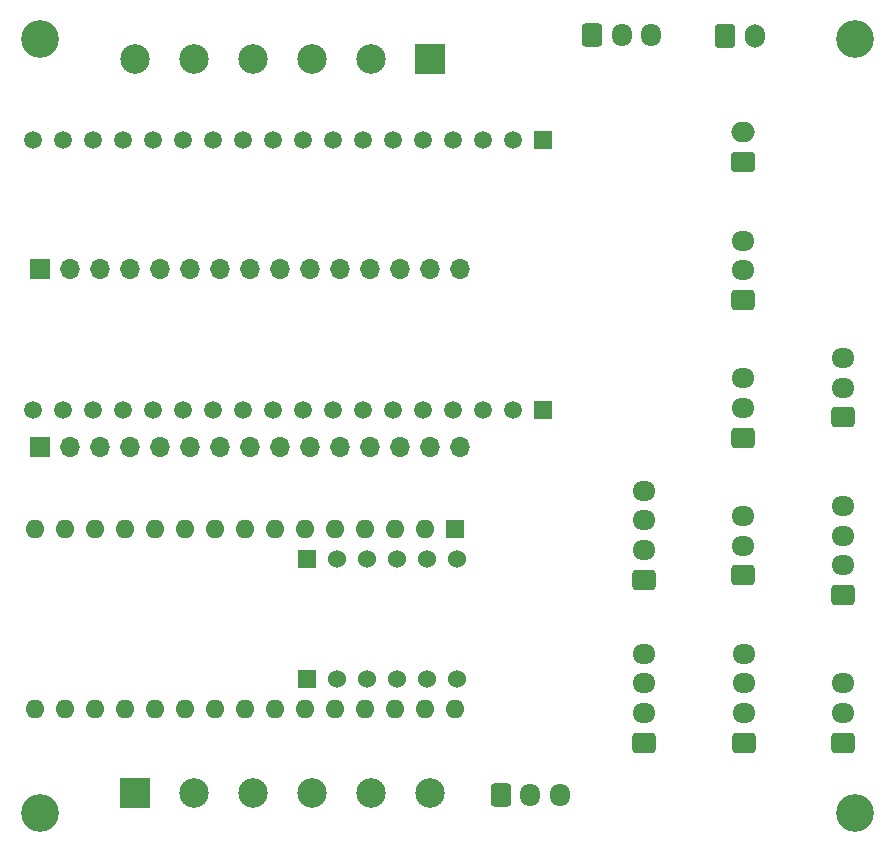
<source format=gbr>
%TF.GenerationSoftware,KiCad,Pcbnew,(6.0.4)*%
%TF.CreationDate,2022-09-17T14:54:46+01:00*%
%TF.ProjectId,eChook Wireless Board,6543686f-6f6b-4205-9769-72656c657373,rev?*%
%TF.SameCoordinates,Original*%
%TF.FileFunction,Soldermask,Top*%
%TF.FilePolarity,Negative*%
%FSLAX46Y46*%
G04 Gerber Fmt 4.6, Leading zero omitted, Abs format (unit mm)*
G04 Created by KiCad (PCBNEW (6.0.4)) date 2022-09-17 14:54:46*
%MOMM*%
%LPD*%
G01*
G04 APERTURE LIST*
G04 Aperture macros list*
%AMRoundRect*
0 Rectangle with rounded corners*
0 $1 Rounding radius*
0 $2 $3 $4 $5 $6 $7 $8 $9 X,Y pos of 4 corners*
0 Add a 4 corners polygon primitive as box body*
4,1,4,$2,$3,$4,$5,$6,$7,$8,$9,$2,$3,0*
0 Add four circle primitives for the rounded corners*
1,1,$1+$1,$2,$3*
1,1,$1+$1,$4,$5*
1,1,$1+$1,$6,$7*
1,1,$1+$1,$8,$9*
0 Add four rect primitives between the rounded corners*
20,1,$1+$1,$2,$3,$4,$5,0*
20,1,$1+$1,$4,$5,$6,$7,0*
20,1,$1+$1,$6,$7,$8,$9,0*
20,1,$1+$1,$8,$9,$2,$3,0*%
G04 Aperture macros list end*
%ADD10C,1.524000*%
%ADD11R,1.524000X1.524000*%
%ADD12RoundRect,0.250000X-0.600000X-0.725000X0.600000X-0.725000X0.600000X0.725000X-0.600000X0.725000X0*%
%ADD13O,1.700000X1.950000*%
%ADD14R,2.500000X2.500000*%
%ADD15C,2.500000*%
%ADD16R,1.498600X1.498600*%
%ADD17C,1.498600*%
%ADD18RoundRect,0.250000X-0.600000X-0.750000X0.600000X-0.750000X0.600000X0.750000X-0.600000X0.750000X0*%
%ADD19O,1.700000X2.000000*%
%ADD20RoundRect,0.250000X0.725000X-0.600000X0.725000X0.600000X-0.725000X0.600000X-0.725000X-0.600000X0*%
%ADD21O,1.950000X1.700000*%
%ADD22C,3.200000*%
%ADD23R,1.600000X1.600000*%
%ADD24O,1.600000X1.600000*%
%ADD25RoundRect,0.250000X0.750000X-0.600000X0.750000X0.600000X-0.750000X0.600000X-0.750000X-0.600000X0*%
%ADD26O,2.000000X1.700000*%
%ADD27R,1.700000X1.700000*%
%ADD28O,1.700000X1.700000*%
G04 APERTURE END LIST*
D10*
%TO.C,U1*%
X151743700Y-121180000D03*
X151743700Y-111020000D03*
X149203700Y-121180000D03*
D11*
X144123700Y-121180000D03*
D10*
X146663700Y-121180000D03*
X154283700Y-121180000D03*
X156823700Y-121180000D03*
X149203700Y-111020000D03*
D11*
X144123700Y-111020000D03*
D10*
X146663700Y-111020000D03*
X154283700Y-111020000D03*
X156823700Y-111020000D03*
%TD*%
D12*
%TO.C,J18*%
X160500000Y-130975000D03*
D13*
X163000000Y-130975000D03*
X165500000Y-130975000D03*
%TD*%
D14*
%TO.C,J17*%
X154500000Y-68700000D03*
D15*
X149500000Y-68700000D03*
X144500000Y-68700000D03*
X139500000Y-68700000D03*
X134500000Y-68700000D03*
X129500000Y-68700000D03*
%TD*%
D14*
%TO.C,J16*%
X129500000Y-130800000D03*
D15*
X134500000Y-130800000D03*
X139500000Y-130800000D03*
X144500000Y-130800000D03*
X149500000Y-130800000D03*
X154500000Y-130800000D03*
%TD*%
D16*
%TO.C,U2*%
X164100000Y-75500000D03*
D17*
X161560000Y-75500000D03*
X159020000Y-75500000D03*
X156480000Y-75500000D03*
X153940000Y-75500000D03*
X151400000Y-75500000D03*
X148860000Y-75500000D03*
X146320000Y-75500000D03*
X143780000Y-75500000D03*
X141240000Y-75500000D03*
X138700000Y-75500000D03*
X136160000Y-75500000D03*
X133620000Y-75500000D03*
X131080000Y-75500000D03*
X128540000Y-75500000D03*
X126000000Y-75500000D03*
X123460000Y-75500000D03*
X120920000Y-75500000D03*
X120920000Y-98360000D03*
X123460000Y-98360000D03*
X126000000Y-98360000D03*
X128540000Y-98360000D03*
X131080000Y-98360000D03*
X133620000Y-98360000D03*
X136160000Y-98360000D03*
X138700000Y-98360000D03*
X141240000Y-98360000D03*
X143780000Y-98360000D03*
X146320000Y-98360000D03*
X148860000Y-98360000D03*
X151400000Y-98360000D03*
X153940000Y-98360000D03*
X156480000Y-98360000D03*
X159020000Y-98360000D03*
X161560000Y-98360000D03*
D16*
X164100000Y-98360000D03*
%TD*%
D18*
%TO.C,J2*%
X179500000Y-66725000D03*
D19*
X182000000Y-66725000D03*
%TD*%
D20*
%TO.C,J12*%
X189475000Y-126550000D03*
D21*
X189475000Y-124050000D03*
X189475000Y-121550000D03*
%TD*%
D20*
%TO.C,J14*%
X189475000Y-99000000D03*
D21*
X189475000Y-96500000D03*
X189475000Y-94000000D03*
%TD*%
D20*
%TO.C,J6*%
X172625000Y-126550000D03*
D21*
X172625000Y-124050000D03*
X172625000Y-121550000D03*
X172625000Y-119050000D03*
%TD*%
D22*
%TO.C,A*%
X121500000Y-67000000D03*
%TD*%
D20*
%TO.C,J15*%
X189475000Y-114025000D03*
D21*
X189475000Y-111525000D03*
X189475000Y-109025000D03*
X189475000Y-106525000D03*
%TD*%
D22*
%TO.C,D*%
X190500000Y-132500000D03*
%TD*%
D20*
%TO.C,J10*%
X180975000Y-112387500D03*
D21*
X180975000Y-109887500D03*
X180975000Y-107387500D03*
%TD*%
D23*
%TO.C,A1*%
X156650000Y-108500000D03*
D24*
X154110000Y-108500000D03*
X151570000Y-108500000D03*
X149030000Y-108500000D03*
X146490000Y-108500000D03*
X143950000Y-108500000D03*
X141410000Y-108500000D03*
X138870000Y-108500000D03*
X136330000Y-108500000D03*
X133790000Y-108500000D03*
X131250000Y-108500000D03*
X128710000Y-108500000D03*
X126170000Y-108500000D03*
X123630000Y-108500000D03*
X121090000Y-108500000D03*
X121090000Y-123740000D03*
X123630000Y-123740000D03*
X126170000Y-123740000D03*
X128710000Y-123740000D03*
X131250000Y-123740000D03*
X133790000Y-123740000D03*
X136330000Y-123740000D03*
X138870000Y-123740000D03*
X141410000Y-123740000D03*
X143950000Y-123740000D03*
X146490000Y-123740000D03*
X149030000Y-123740000D03*
X151570000Y-123740000D03*
X154110000Y-123740000D03*
X156650000Y-123740000D03*
%TD*%
D22*
%TO.C,B*%
X190500000Y-67000000D03*
%TD*%
D20*
%TO.C,J8*%
X181050000Y-126550000D03*
D21*
X181050000Y-124050000D03*
X181050000Y-121550000D03*
X181050000Y-119050000D03*
%TD*%
D25*
%TO.C,J3*%
X180975000Y-77400000D03*
D26*
X180975000Y-74900000D03*
%TD*%
D22*
%TO.C,C*%
X121500000Y-132500000D03*
%TD*%
D20*
%TO.C,J9*%
X180975000Y-100725000D03*
D21*
X180975000Y-98225000D03*
X180975000Y-95725000D03*
%TD*%
D20*
%TO.C,J5*%
X180975000Y-89062500D03*
D21*
X180975000Y-86562500D03*
X180975000Y-84062500D03*
%TD*%
D12*
%TO.C,J1*%
X168250000Y-66675000D03*
D13*
X170750000Y-66675000D03*
X173250000Y-66675000D03*
%TD*%
D20*
%TO.C,J13*%
X172625000Y-112750000D03*
D21*
X172625000Y-110250000D03*
X172625000Y-107750000D03*
X172625000Y-105250000D03*
%TD*%
D27*
%TO.C,J7*%
X121440800Y-86498900D03*
D28*
X123980800Y-86498900D03*
X126520800Y-86498900D03*
X129060800Y-86498900D03*
X131600800Y-86498900D03*
X134140800Y-86498900D03*
X136680800Y-86498900D03*
X139220800Y-86498900D03*
X141760800Y-86498900D03*
X144300800Y-86498900D03*
X146840800Y-86498900D03*
X149380800Y-86498900D03*
X151920800Y-86498900D03*
X154460800Y-86498900D03*
X157000800Y-86498900D03*
%TD*%
D27*
%TO.C,J4*%
X121440800Y-101499800D03*
D28*
X123980800Y-101499800D03*
X126520800Y-101499800D03*
X129060800Y-101499800D03*
X131600800Y-101499800D03*
X134140800Y-101499800D03*
X136680800Y-101499800D03*
X139220800Y-101499800D03*
X141760800Y-101499800D03*
X144300800Y-101499800D03*
X146840800Y-101499800D03*
X149380800Y-101499800D03*
X151920800Y-101499800D03*
X154460800Y-101499800D03*
X157000800Y-101499800D03*
%TD*%
M02*

</source>
